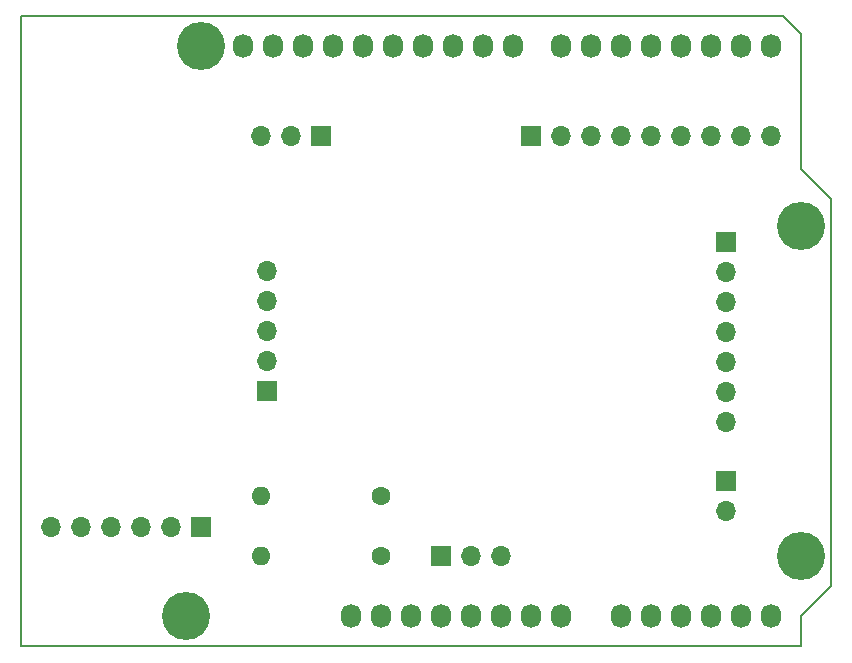
<source format=gbr>
%TF.GenerationSoftware,KiCad,Pcbnew,(6.0.5-0)*%
%TF.CreationDate,2022-05-16T16:36:17+09:00*%
%TF.ProjectId,esp32_internet_radio_v4,65737033-325f-4696-9e74-65726e65745f,rev?*%
%TF.SameCoordinates,PX69db1f0PY7882d48*%
%TF.FileFunction,Soldermask,Top*%
%TF.FilePolarity,Negative*%
%FSLAX46Y46*%
G04 Gerber Fmt 4.6, Leading zero omitted, Abs format (unit mm)*
G04 Created by KiCad (PCBNEW (6.0.5-0)) date 2022-05-16 16:36:17*
%MOMM*%
%LPD*%
G01*
G04 APERTURE LIST*
%TA.AperFunction,Profile*%
%ADD10C,0.150000*%
%TD*%
%ADD11O,1.727200X2.032000*%
%ADD12C,4.064000*%
%ADD13C,1.600000*%
%ADD14O,1.600000X1.600000*%
%ADD15R,1.700000X1.700000*%
%ADD16O,1.700000X1.700000*%
G04 APERTURE END LIST*
D10*
X68580000Y37846000D02*
X66040000Y40386000D01*
X66040000Y0D02*
X66040000Y2540000D01*
X66040000Y51816000D02*
X64516000Y53340000D01*
X66040000Y2540000D02*
X68580000Y5080000D01*
X0Y53340000D02*
X0Y0D01*
X68580000Y5080000D02*
X68580000Y37846000D01*
X0Y0D02*
X66040000Y0D01*
X64516000Y53340000D02*
X0Y53340000D01*
X66040000Y40386000D02*
X66040000Y51816000D01*
D11*
%TO.C,P1*%
X27940000Y2540000D03*
X30480000Y2540000D03*
X33020000Y2540000D03*
X35560000Y2540000D03*
X38100000Y2540000D03*
X40640000Y2540000D03*
X43180000Y2540000D03*
X45720000Y2540000D03*
%TD*%
%TO.C,P2*%
X50800000Y2540000D03*
X53340000Y2540000D03*
X55880000Y2540000D03*
X58420000Y2540000D03*
X60960000Y2540000D03*
X63500000Y2540000D03*
%TD*%
%TO.C,P3*%
X18796000Y50800000D03*
X21336000Y50800000D03*
X23876000Y50800000D03*
X26416000Y50800000D03*
X28956000Y50800000D03*
X31496000Y50800000D03*
X34036000Y50800000D03*
X36576000Y50800000D03*
X39116000Y50800000D03*
X41656000Y50800000D03*
%TD*%
%TO.C,P4*%
X45720000Y50800000D03*
X48260000Y50800000D03*
X50800000Y50800000D03*
X53340000Y50800000D03*
X55880000Y50800000D03*
X58420000Y50800000D03*
X60960000Y50800000D03*
X63500000Y50800000D03*
%TD*%
D12*
%TO.C,P5*%
X13970000Y2540000D03*
%TD*%
%TO.C,P6*%
X66040000Y7620000D03*
%TD*%
%TO.C,P7*%
X15240000Y50800000D03*
%TD*%
%TO.C,P8*%
X66040000Y35560000D03*
%TD*%
D13*
%TO.C,R1*%
X30480000Y7620000D03*
D14*
X20320000Y7620000D03*
%TD*%
D15*
%TO.C,J6*%
X15215000Y10135000D03*
D16*
X12675000Y10135000D03*
X10135000Y10135000D03*
X7595000Y10135000D03*
X5055000Y10135000D03*
X2515000Y10135000D03*
%TD*%
D15*
%TO.C,J3*%
X59715000Y34270000D03*
D16*
X59715000Y31730000D03*
X59715000Y29190000D03*
X59715000Y26650000D03*
X59715000Y24110000D03*
X59715000Y21570000D03*
X59715000Y19030000D03*
%TD*%
D13*
%TO.C,R2*%
X30480000Y12700000D03*
D14*
X20320000Y12700000D03*
%TD*%
D15*
%TO.C,J4*%
X35560000Y7620000D03*
D16*
X38100000Y7620000D03*
X40640000Y7620000D03*
%TD*%
D15*
%TO.C,J7*%
X43190000Y43180000D03*
D16*
X45730000Y43180000D03*
X48270000Y43180000D03*
X50810000Y43180000D03*
X53350000Y43180000D03*
X55890000Y43180000D03*
X58430000Y43180000D03*
X60970000Y43180000D03*
X63510000Y43180000D03*
%TD*%
D15*
%TO.C,J1*%
X20840000Y21595000D03*
D16*
X20840000Y24135000D03*
X20840000Y26675000D03*
X20840000Y29215000D03*
X20840000Y31755000D03*
%TD*%
D15*
%TO.C,J2*%
X25385000Y43180000D03*
D16*
X22845000Y43180000D03*
X20305000Y43180000D03*
%TD*%
D15*
%TO.C,J5*%
X59690000Y13970000D03*
D16*
X59690000Y11430000D03*
%TD*%
M02*

</source>
